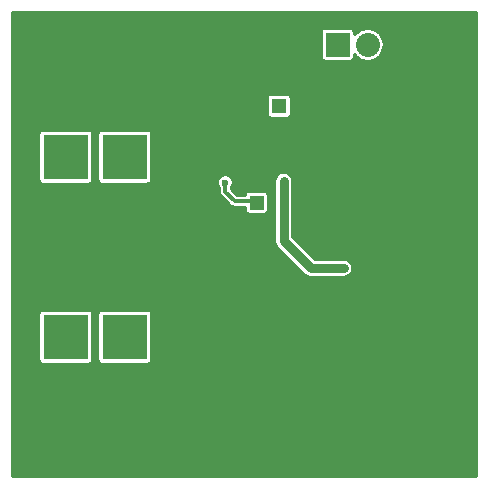
<source format=gbr>
G04 #@! TF.FileFunction,Copper,L1,Top,Mixed*
%FSLAX46Y46*%
G04 Gerber Fmt 4.6, Leading zero omitted, Abs format (unit mm)*
G04 Created by KiCad (PCBNEW 4.0.2-stable) date 26/09/2016 11:14:20*
%MOMM*%
G01*
G04 APERTURE LIST*
%ADD10C,0.150000*%
%ADD11R,3.810000X3.810000*%
%ADD12C,0.600000*%
%ADD13C,5.600000*%
%ADD14R,1.198880X1.198880*%
%ADD15R,2.032000X2.032000*%
%ADD16O,2.032000X2.032000*%
%ADD17C,1.300000*%
%ADD18R,1.300000X1.300000*%
%ADD19C,0.800000*%
%ADD20C,0.300000*%
%ADD21C,0.400000*%
G04 APERTURE END LIST*
D10*
D11*
X128350000Y-93726000D03*
X133350000Y-93726000D03*
D12*
X148971000Y-84963000D03*
X148971000Y-85725000D03*
X148971000Y-86487000D03*
X149987000Y-84963000D03*
X149987000Y-85725000D03*
X148971000Y-87249000D03*
X150749000Y-84963000D03*
X149987000Y-86487000D03*
X149987000Y-87249000D03*
X151638000Y-84963000D03*
X150749000Y-85725000D03*
X150749000Y-86487000D03*
X150749000Y-87249000D03*
X151638000Y-85725000D03*
X151638000Y-86487000D03*
X151638000Y-87249000D03*
D13*
X128270000Y-106172000D03*
X128270000Y-75692000D03*
X158750000Y-106172000D03*
X158750000Y-75692000D03*
D14*
X144526000Y-87409020D03*
X144526000Y-85310980D03*
D11*
X128350000Y-83566000D03*
X133350000Y-83566000D03*
X128350000Y-88646000D03*
X133350000Y-88646000D03*
X128350000Y-98806000D03*
X133350000Y-98806000D03*
D15*
X151384000Y-74041000D03*
D16*
X153924000Y-74041000D03*
D17*
X146431000Y-76748000D03*
D18*
X146431000Y-79248000D03*
D12*
X146812000Y-85598000D03*
X151892000Y-92964000D03*
X141859000Y-85725000D03*
X153797000Y-77994000D03*
X161671000Y-100965000D03*
X133731000Y-103124000D03*
X151892000Y-109093000D03*
X143637000Y-76200000D03*
X141351000Y-76200000D03*
X140081000Y-76073000D03*
X140081000Y-73406000D03*
X140081000Y-74676000D03*
X134874000Y-76200000D03*
X134874000Y-74676004D03*
X134874000Y-73533000D03*
X141478000Y-105537000D03*
X138430000Y-105537000D03*
X139446000Y-105537000D03*
X140462000Y-105537000D03*
X156906000Y-89408000D03*
X153670000Y-89662000D03*
X140462000Y-108585000D03*
X140208000Y-94742000D03*
X140208000Y-93726000D03*
X140208000Y-90678000D03*
X140208000Y-91694000D03*
X140208000Y-92710000D03*
X146304000Y-97282000D03*
X145288000Y-98806000D03*
X143256000Y-97282000D03*
X144272000Y-97282000D03*
X145288000Y-97282000D03*
X146304000Y-100330000D03*
X143256000Y-100330000D03*
X144272000Y-100330000D03*
X145288000Y-100330000D03*
X141478000Y-108585000D03*
X138430000Y-108585000D03*
X139446000Y-108585000D03*
X136144000Y-94742000D03*
X136144000Y-93726000D03*
X136144000Y-90678000D03*
X136144000Y-91694000D03*
X136144000Y-92710000D03*
X154940000Y-82042000D03*
X160528000Y-89408000D03*
X143272000Y-83312000D03*
X151511000Y-80010000D03*
X138132000Y-92710000D03*
D19*
X149098000Y-92964000D02*
X151892000Y-92964000D01*
X146812000Y-90678000D02*
X149098000Y-92964000D01*
X146812000Y-89154000D02*
X146812000Y-85598000D01*
X146812000Y-89154000D02*
X146812000Y-90678000D01*
D20*
X144399000Y-87282020D02*
X142654020Y-87282020D01*
X141859000Y-86487000D02*
X142654020Y-87282020D01*
X141859000Y-85725000D02*
X141859000Y-86487000D01*
X144399000Y-87282020D02*
X144526000Y-87409020D01*
D21*
X153797000Y-77994000D02*
X153797000Y-78003400D01*
D20*
X134874000Y-74803000D02*
X134874000Y-74676004D01*
X134874000Y-73533000D02*
X134874000Y-74803000D01*
X140462000Y-105537000D02*
X141478000Y-105537000D01*
X140462000Y-105537000D02*
X139446000Y-105537000D01*
X156906000Y-89408000D02*
X153924000Y-89408000D01*
D21*
X156972000Y-89408000D02*
X156906000Y-89408000D01*
D20*
X153924000Y-89408000D02*
X153670000Y-89662000D01*
D21*
X140208000Y-92710000D02*
X140208000Y-93726000D01*
X140208000Y-92710000D02*
X140208000Y-91694000D01*
X145288000Y-98806000D02*
X145288000Y-97282000D01*
X144272000Y-97282000D02*
X143256000Y-97282000D01*
X145288000Y-100330000D02*
X144272000Y-100330000D01*
X140462000Y-108585000D02*
X141478000Y-108585000D01*
X140462000Y-108585000D02*
X139446000Y-108585000D01*
X136144000Y-92710000D02*
X136144000Y-93726000D01*
X136144000Y-92710000D02*
X136144000Y-91694000D01*
D20*
X143272000Y-83312000D02*
X143256000Y-83312000D01*
D19*
X138132000Y-92710000D02*
X138176000Y-92710000D01*
D20*
G36*
X163097000Y-110519000D02*
X123923000Y-110519000D01*
X123923000Y-96901000D01*
X126033086Y-96901000D01*
X126033086Y-100711000D01*
X126061256Y-100860713D01*
X126149737Y-100998216D01*
X126284742Y-101090461D01*
X126445000Y-101122914D01*
X130255000Y-101122914D01*
X130404713Y-101094744D01*
X130542216Y-101006263D01*
X130634461Y-100871258D01*
X130666914Y-100711000D01*
X130666914Y-96901000D01*
X131033086Y-96901000D01*
X131033086Y-100711000D01*
X131061256Y-100860713D01*
X131149737Y-100998216D01*
X131284742Y-101090461D01*
X131445000Y-101122914D01*
X135255000Y-101122914D01*
X135404713Y-101094744D01*
X135542216Y-101006263D01*
X135634461Y-100871258D01*
X135666914Y-100711000D01*
X135666914Y-96901000D01*
X135638744Y-96751287D01*
X135550263Y-96613784D01*
X135415258Y-96521539D01*
X135255000Y-96489086D01*
X131445000Y-96489086D01*
X131295287Y-96517256D01*
X131157784Y-96605737D01*
X131065539Y-96740742D01*
X131033086Y-96901000D01*
X130666914Y-96901000D01*
X130638744Y-96751287D01*
X130550263Y-96613784D01*
X130415258Y-96521539D01*
X130255000Y-96489086D01*
X126445000Y-96489086D01*
X126295287Y-96517256D01*
X126157784Y-96605737D01*
X126065539Y-96740742D01*
X126033086Y-96901000D01*
X123923000Y-96901000D01*
X123923000Y-81661000D01*
X126033086Y-81661000D01*
X126033086Y-85471000D01*
X126061256Y-85620713D01*
X126149737Y-85758216D01*
X126284742Y-85850461D01*
X126445000Y-85882914D01*
X130255000Y-85882914D01*
X130404713Y-85854744D01*
X130542216Y-85766263D01*
X130634461Y-85631258D01*
X130666914Y-85471000D01*
X130666914Y-81661000D01*
X131033086Y-81661000D01*
X131033086Y-85471000D01*
X131061256Y-85620713D01*
X131149737Y-85758216D01*
X131284742Y-85850461D01*
X131445000Y-85882914D01*
X135255000Y-85882914D01*
X135353288Y-85864420D01*
X141154878Y-85864420D01*
X141261830Y-86123263D01*
X141305000Y-86166508D01*
X141305000Y-86487000D01*
X141347171Y-86699007D01*
X141366557Y-86728020D01*
X141467263Y-86878737D01*
X142262283Y-87673757D01*
X142442013Y-87793849D01*
X142654020Y-87836020D01*
X143514646Y-87836020D01*
X143514646Y-88008460D01*
X143542816Y-88158173D01*
X143631297Y-88295676D01*
X143766302Y-88387921D01*
X143926560Y-88420374D01*
X145125440Y-88420374D01*
X145275153Y-88392204D01*
X145412656Y-88303723D01*
X145504901Y-88168718D01*
X145537354Y-88008460D01*
X145537354Y-86809580D01*
X145509184Y-86659867D01*
X145420703Y-86522364D01*
X145285698Y-86430119D01*
X145125440Y-86397666D01*
X143926560Y-86397666D01*
X143776847Y-86425836D01*
X143639344Y-86514317D01*
X143547099Y-86649322D01*
X143531162Y-86728020D01*
X142883494Y-86728020D01*
X142413000Y-86257526D01*
X142413000Y-86166705D01*
X142455474Y-86124305D01*
X142562877Y-85865649D01*
X142563111Y-85598000D01*
X146008000Y-85598000D01*
X146008000Y-90678000D01*
X146069201Y-90985678D01*
X146243486Y-91246514D01*
X148529486Y-93532514D01*
X148790322Y-93706799D01*
X149098000Y-93768000D01*
X151892000Y-93768000D01*
X152199677Y-93706799D01*
X152460514Y-93532514D01*
X152634799Y-93271677D01*
X152696000Y-92964000D01*
X152634799Y-92656323D01*
X152460514Y-92395486D01*
X152199677Y-92221201D01*
X151892000Y-92160000D01*
X149431028Y-92160000D01*
X147616000Y-90344972D01*
X147616000Y-85598000D01*
X147554799Y-85290323D01*
X147380514Y-85029486D01*
X147119677Y-84855201D01*
X146812000Y-84794000D01*
X146504323Y-84855201D01*
X146243486Y-85029486D01*
X146069201Y-85290323D01*
X146008000Y-85598000D01*
X142563111Y-85598000D01*
X142563122Y-85585580D01*
X142456170Y-85326737D01*
X142258305Y-85128526D01*
X141999649Y-85021123D01*
X141719580Y-85020878D01*
X141460737Y-85127830D01*
X141262526Y-85325695D01*
X141155123Y-85584351D01*
X141154878Y-85864420D01*
X135353288Y-85864420D01*
X135404713Y-85854744D01*
X135542216Y-85766263D01*
X135634461Y-85631258D01*
X135666914Y-85471000D01*
X135666914Y-81661000D01*
X135638744Y-81511287D01*
X135550263Y-81373784D01*
X135415258Y-81281539D01*
X135255000Y-81249086D01*
X131445000Y-81249086D01*
X131295287Y-81277256D01*
X131157784Y-81365737D01*
X131065539Y-81500742D01*
X131033086Y-81661000D01*
X130666914Y-81661000D01*
X130638744Y-81511287D01*
X130550263Y-81373784D01*
X130415258Y-81281539D01*
X130255000Y-81249086D01*
X126445000Y-81249086D01*
X126295287Y-81277256D01*
X126157784Y-81365737D01*
X126065539Y-81500742D01*
X126033086Y-81661000D01*
X123923000Y-81661000D01*
X123923000Y-78598000D01*
X145369086Y-78598000D01*
X145369086Y-79898000D01*
X145397256Y-80047713D01*
X145485737Y-80185216D01*
X145620742Y-80277461D01*
X145781000Y-80309914D01*
X147081000Y-80309914D01*
X147230713Y-80281744D01*
X147368216Y-80193263D01*
X147460461Y-80058258D01*
X147492914Y-79898000D01*
X147492914Y-78598000D01*
X147464744Y-78448287D01*
X147376263Y-78310784D01*
X147241258Y-78218539D01*
X147081000Y-78186086D01*
X145781000Y-78186086D01*
X145631287Y-78214256D01*
X145493784Y-78302737D01*
X145401539Y-78437742D01*
X145369086Y-78598000D01*
X123923000Y-78598000D01*
X123923000Y-73025000D01*
X149956086Y-73025000D01*
X149956086Y-75057000D01*
X149984256Y-75206713D01*
X150072737Y-75344216D01*
X150207742Y-75436461D01*
X150368000Y-75468914D01*
X152400000Y-75468914D01*
X152549713Y-75440744D01*
X152687216Y-75352263D01*
X152779461Y-75217258D01*
X152811914Y-75057000D01*
X152811914Y-74911286D01*
X152919908Y-75072911D01*
X153380590Y-75380728D01*
X153924000Y-75488819D01*
X154467410Y-75380728D01*
X154928092Y-75072911D01*
X155235909Y-74612229D01*
X155344000Y-74068819D01*
X155344000Y-74013181D01*
X155235909Y-73469771D01*
X154928092Y-73009089D01*
X154467410Y-72701272D01*
X153924000Y-72593181D01*
X153380590Y-72701272D01*
X152919908Y-73009089D01*
X152811914Y-73170714D01*
X152811914Y-73025000D01*
X152783744Y-72875287D01*
X152695263Y-72737784D01*
X152560258Y-72645539D01*
X152400000Y-72613086D01*
X150368000Y-72613086D01*
X150218287Y-72641256D01*
X150080784Y-72729737D01*
X149988539Y-72864742D01*
X149956086Y-73025000D01*
X123923000Y-73025000D01*
X123923000Y-71345000D01*
X163097000Y-71345000D01*
X163097000Y-110519000D01*
X163097000Y-110519000D01*
G37*
X163097000Y-110519000D02*
X123923000Y-110519000D01*
X123923000Y-96901000D01*
X126033086Y-96901000D01*
X126033086Y-100711000D01*
X126061256Y-100860713D01*
X126149737Y-100998216D01*
X126284742Y-101090461D01*
X126445000Y-101122914D01*
X130255000Y-101122914D01*
X130404713Y-101094744D01*
X130542216Y-101006263D01*
X130634461Y-100871258D01*
X130666914Y-100711000D01*
X130666914Y-96901000D01*
X131033086Y-96901000D01*
X131033086Y-100711000D01*
X131061256Y-100860713D01*
X131149737Y-100998216D01*
X131284742Y-101090461D01*
X131445000Y-101122914D01*
X135255000Y-101122914D01*
X135404713Y-101094744D01*
X135542216Y-101006263D01*
X135634461Y-100871258D01*
X135666914Y-100711000D01*
X135666914Y-96901000D01*
X135638744Y-96751287D01*
X135550263Y-96613784D01*
X135415258Y-96521539D01*
X135255000Y-96489086D01*
X131445000Y-96489086D01*
X131295287Y-96517256D01*
X131157784Y-96605737D01*
X131065539Y-96740742D01*
X131033086Y-96901000D01*
X130666914Y-96901000D01*
X130638744Y-96751287D01*
X130550263Y-96613784D01*
X130415258Y-96521539D01*
X130255000Y-96489086D01*
X126445000Y-96489086D01*
X126295287Y-96517256D01*
X126157784Y-96605737D01*
X126065539Y-96740742D01*
X126033086Y-96901000D01*
X123923000Y-96901000D01*
X123923000Y-81661000D01*
X126033086Y-81661000D01*
X126033086Y-85471000D01*
X126061256Y-85620713D01*
X126149737Y-85758216D01*
X126284742Y-85850461D01*
X126445000Y-85882914D01*
X130255000Y-85882914D01*
X130404713Y-85854744D01*
X130542216Y-85766263D01*
X130634461Y-85631258D01*
X130666914Y-85471000D01*
X130666914Y-81661000D01*
X131033086Y-81661000D01*
X131033086Y-85471000D01*
X131061256Y-85620713D01*
X131149737Y-85758216D01*
X131284742Y-85850461D01*
X131445000Y-85882914D01*
X135255000Y-85882914D01*
X135353288Y-85864420D01*
X141154878Y-85864420D01*
X141261830Y-86123263D01*
X141305000Y-86166508D01*
X141305000Y-86487000D01*
X141347171Y-86699007D01*
X141366557Y-86728020D01*
X141467263Y-86878737D01*
X142262283Y-87673757D01*
X142442013Y-87793849D01*
X142654020Y-87836020D01*
X143514646Y-87836020D01*
X143514646Y-88008460D01*
X143542816Y-88158173D01*
X143631297Y-88295676D01*
X143766302Y-88387921D01*
X143926560Y-88420374D01*
X145125440Y-88420374D01*
X145275153Y-88392204D01*
X145412656Y-88303723D01*
X145504901Y-88168718D01*
X145537354Y-88008460D01*
X145537354Y-86809580D01*
X145509184Y-86659867D01*
X145420703Y-86522364D01*
X145285698Y-86430119D01*
X145125440Y-86397666D01*
X143926560Y-86397666D01*
X143776847Y-86425836D01*
X143639344Y-86514317D01*
X143547099Y-86649322D01*
X143531162Y-86728020D01*
X142883494Y-86728020D01*
X142413000Y-86257526D01*
X142413000Y-86166705D01*
X142455474Y-86124305D01*
X142562877Y-85865649D01*
X142563111Y-85598000D01*
X146008000Y-85598000D01*
X146008000Y-90678000D01*
X146069201Y-90985678D01*
X146243486Y-91246514D01*
X148529486Y-93532514D01*
X148790322Y-93706799D01*
X149098000Y-93768000D01*
X151892000Y-93768000D01*
X152199677Y-93706799D01*
X152460514Y-93532514D01*
X152634799Y-93271677D01*
X152696000Y-92964000D01*
X152634799Y-92656323D01*
X152460514Y-92395486D01*
X152199677Y-92221201D01*
X151892000Y-92160000D01*
X149431028Y-92160000D01*
X147616000Y-90344972D01*
X147616000Y-85598000D01*
X147554799Y-85290323D01*
X147380514Y-85029486D01*
X147119677Y-84855201D01*
X146812000Y-84794000D01*
X146504323Y-84855201D01*
X146243486Y-85029486D01*
X146069201Y-85290323D01*
X146008000Y-85598000D01*
X142563111Y-85598000D01*
X142563122Y-85585580D01*
X142456170Y-85326737D01*
X142258305Y-85128526D01*
X141999649Y-85021123D01*
X141719580Y-85020878D01*
X141460737Y-85127830D01*
X141262526Y-85325695D01*
X141155123Y-85584351D01*
X141154878Y-85864420D01*
X135353288Y-85864420D01*
X135404713Y-85854744D01*
X135542216Y-85766263D01*
X135634461Y-85631258D01*
X135666914Y-85471000D01*
X135666914Y-81661000D01*
X135638744Y-81511287D01*
X135550263Y-81373784D01*
X135415258Y-81281539D01*
X135255000Y-81249086D01*
X131445000Y-81249086D01*
X131295287Y-81277256D01*
X131157784Y-81365737D01*
X131065539Y-81500742D01*
X131033086Y-81661000D01*
X130666914Y-81661000D01*
X130638744Y-81511287D01*
X130550263Y-81373784D01*
X130415258Y-81281539D01*
X130255000Y-81249086D01*
X126445000Y-81249086D01*
X126295287Y-81277256D01*
X126157784Y-81365737D01*
X126065539Y-81500742D01*
X126033086Y-81661000D01*
X123923000Y-81661000D01*
X123923000Y-78598000D01*
X145369086Y-78598000D01*
X145369086Y-79898000D01*
X145397256Y-80047713D01*
X145485737Y-80185216D01*
X145620742Y-80277461D01*
X145781000Y-80309914D01*
X147081000Y-80309914D01*
X147230713Y-80281744D01*
X147368216Y-80193263D01*
X147460461Y-80058258D01*
X147492914Y-79898000D01*
X147492914Y-78598000D01*
X147464744Y-78448287D01*
X147376263Y-78310784D01*
X147241258Y-78218539D01*
X147081000Y-78186086D01*
X145781000Y-78186086D01*
X145631287Y-78214256D01*
X145493784Y-78302737D01*
X145401539Y-78437742D01*
X145369086Y-78598000D01*
X123923000Y-78598000D01*
X123923000Y-73025000D01*
X149956086Y-73025000D01*
X149956086Y-75057000D01*
X149984256Y-75206713D01*
X150072737Y-75344216D01*
X150207742Y-75436461D01*
X150368000Y-75468914D01*
X152400000Y-75468914D01*
X152549713Y-75440744D01*
X152687216Y-75352263D01*
X152779461Y-75217258D01*
X152811914Y-75057000D01*
X152811914Y-74911286D01*
X152919908Y-75072911D01*
X153380590Y-75380728D01*
X153924000Y-75488819D01*
X154467410Y-75380728D01*
X154928092Y-75072911D01*
X155235909Y-74612229D01*
X155344000Y-74068819D01*
X155344000Y-74013181D01*
X155235909Y-73469771D01*
X154928092Y-73009089D01*
X154467410Y-72701272D01*
X153924000Y-72593181D01*
X153380590Y-72701272D01*
X152919908Y-73009089D01*
X152811914Y-73170714D01*
X152811914Y-73025000D01*
X152783744Y-72875287D01*
X152695263Y-72737784D01*
X152560258Y-72645539D01*
X152400000Y-72613086D01*
X150368000Y-72613086D01*
X150218287Y-72641256D01*
X150080784Y-72729737D01*
X149988539Y-72864742D01*
X149956086Y-73025000D01*
X123923000Y-73025000D01*
X123923000Y-71345000D01*
X163097000Y-71345000D01*
X163097000Y-110519000D01*
M02*

</source>
